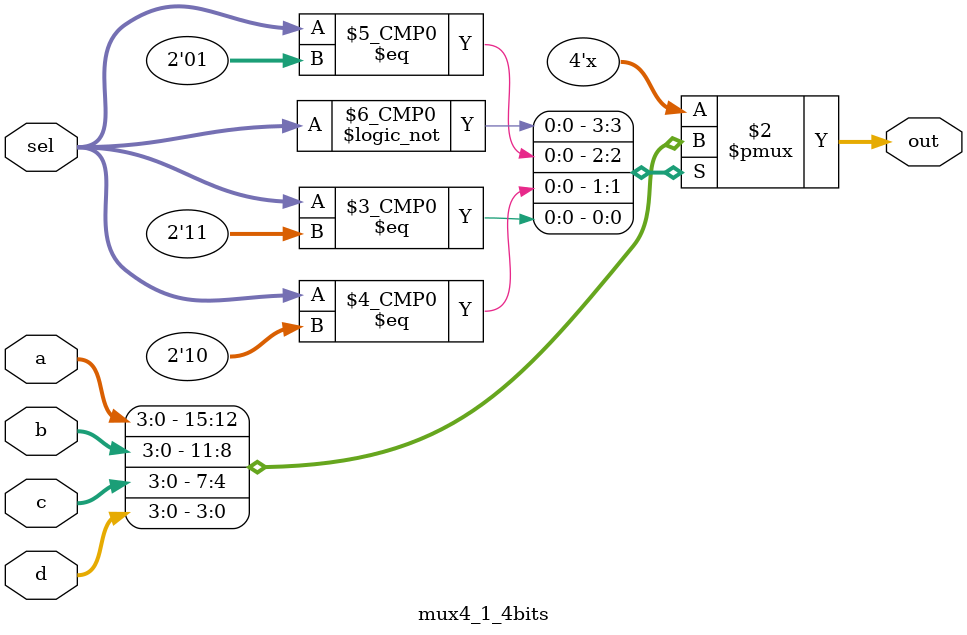
<source format=v>
module mux4_1_4bits (a,b,c,d,sel,out);

	input [3:0] a;
	input [3:0] b;
	input [3:0] c;
	input [3:0] d;
	
	input [1:0] sel;
	
	output reg [3:0] out;
	
	always @ (a or b or c or d or sel) begin
		case(sel)
			2'b00: out <= a;
			2'b01: out <= b;
			2'b10: out <= c;
			2'b11: out <= d;
		endcase
	end

endmodule
</source>
